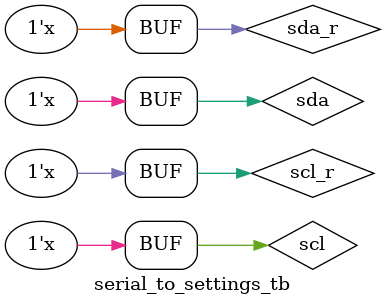
<source format=v>

module serial_to_settings_tb();



   reg clk;
   reg reset;

   wire scl;
   wire sda;
   wire set_stb;
   wire [7:0] set_addr;
   wire [31:0] set_data;

   //
   // These registers optionaly used
   // to drive nets through procedural assignments in test bench.
   // These drivers default to tri-stated.
   //
   reg 	       scl_r;
   reg 	       sda_r;

   assign      scl = scl_r;
   assign      sda = sda_r;

   initial
     begin
	scl_r <= 1'bz;
	sda_r <= 1'bz;
     end
   
   

     serial_to_settings   serial_to_settings_i
     (
      .clk(clk),
      .reset(reset),
      // Serial signals (async)
      .scl(scl),
      .sda(sda),
      // Settngs bus out
      .set_stb(set_stb),
      .set_addr(set_addr),
      .set_data(set_data)
      );

   // Nasty HAck to convert settings to wishbone crudely.
   reg 	       wb_stb;
   wire        wb_ack_o;
   
   
   always @(posedge clk)
     if (reset)
       wb_stb <= 0;
     else
       wb_stb <= set_stb ? 1 : ((wb_ack_o) ? 0 : wb_stb);
   
     simple_uart debug_uart
     (
      .clk_i(clk), 
      .rst_i(reset),
      .we_i(wb_stb), 
      .stb_i(wb_stb), 
      .cyc_i(wb_stb), 
      .ack_o(wb_ack_o),
      .adr_i(set_addr[2:0]), 
      .dat_i(set_data[31:0]), 
      .dat_o(),
      .rx_int_o(), 
      .tx_int_o(), 
      .tx_o(txd), 
      .rx_i(rxd), 
      .baud_o()
      );
   
   //
   // Bring in a simulation script here
   //
   `include "simulation_script.v"

endmodule

</source>
